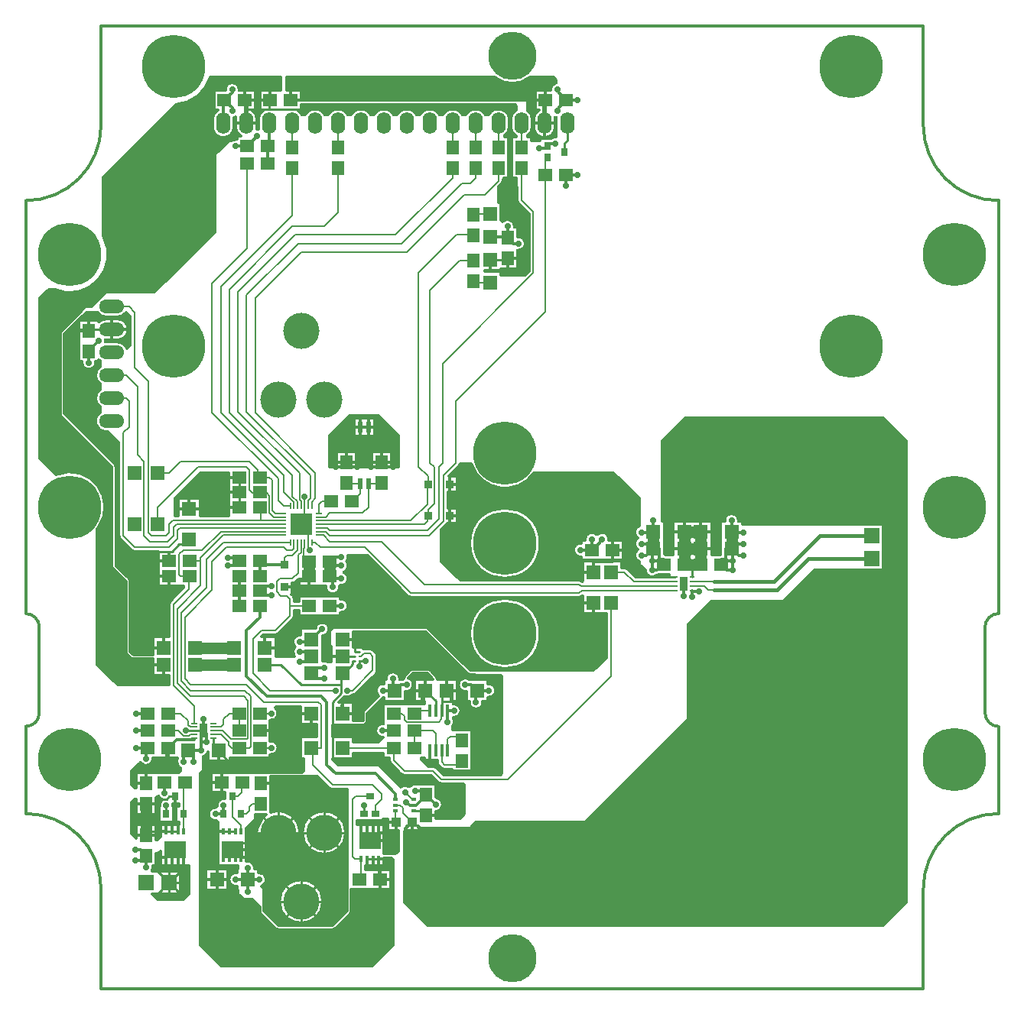
<source format=gbr>
G04 EasyPC Gerber Version 21.0.3 Build 4286 *
G04 #@! TF.Part,Single*
G04 #@! TF.FileFunction,Copper,L2,Bot *
G04 #@! TF.FilePolarity,Positive *
%FSLAX35Y35*%
%MOIN*%
G04 #@! TA.AperFunction,ComponentPad*
%ADD26O,0.06299X0.09449*%
G04 #@! TA.AperFunction,SMDPad*
%ADD86R,0.00787X0.03150*%
%ADD78R,0.01654X0.02756*%
%ADD79R,0.01654X0.03937*%
%ADD82R,0.01772X0.05709*%
%ADD88R,0.02362X0.04724*%
%ADD83R,0.03150X0.03543*%
%ADD90R,0.03543X0.03543*%
%ADD77R,0.03543X0.05906*%
%ADD92R,0.03543X0.06299*%
%ADD74R,0.05500X0.06000*%
G04 #@! TA.AperFunction,ComponentPad*
%ADD29R,0.06299X0.06299*%
%ADD28R,0.06300X0.06300*%
%ADD25R,0.06800X0.06800*%
G04 #@! TA.AperFunction,SMDPad*
%ADD87R,0.09252X0.09252*%
G04 #@! TD.AperFunction*
%ADD13C,0.00500*%
%ADD11C,0.00600*%
%ADD73C,0.00800*%
%ADD96C,0.00900*%
G04 #@! TA.AperFunction,SMDPad*
%ADD84C,0.00984*%
G04 #@! TD.AperFunction*
%ADD14C,0.01000*%
%ADD10C,0.01200*%
%ADD97C,0.01500*%
%ADD12C,0.02000*%
G04 #@! TA.AperFunction,ViaPad*
%ADD72C,0.02800*%
G04 #@! TD.AperFunction*
%ADD95C,0.05000*%
G04 #@! TA.AperFunction,ComponentPad*
%ADD24C,0.15748*%
G04 #@! TA.AperFunction,WasherPad*
%ADD23C,0.21000*%
%ADD22C,0.27600*%
G04 #@! TA.AperFunction,ComponentPad*
%ADD27O,0.11000X0.06000*%
G04 #@! TA.AperFunction,SMDPad*
%ADD85R,0.03150X0.00787*%
%ADD76R,0.02756X0.00906*%
%ADD91R,0.01969X0.01102*%
%ADD93R,0.02362X0.01575*%
%ADD81R,0.03543X0.03150*%
%ADD89R,0.03543X0.03543*%
%ADD94R,0.04291X0.03937*%
%ADD75R,0.06000X0.05500*%
%ADD80R,0.09331X0.07283*%
X0Y0D02*
D02*
D10*
X25950Y290198D02*
X23750D01*
X28100Y276198D02*
Y281198D01*
Y292598D02*
Y294796D01*
X32300Y285598D02*
X31900D01*
Y285398*
X27700Y281198*
X28100*
X38100Y288298D02*
Y286100D01*
Y293098D02*
Y295296D01*
X43000Y290698D02*
X45198D01*
X48350Y59098D02*
X51000D01*
X53100Y61198*
X48350Y63598D02*
X50700D01*
X53100Y61198*
X48600Y108198D02*
X53600D01*
X48600Y115651D02*
X53553D01*
X53600Y115698*
X48600Y123198D02*
X53600D01*
X50950Y70198D02*
X48750D01*
X50950Y83698D02*
X48750D01*
X50950Y92698D02*
X48750D01*
X53100Y56198D02*
Y61198D01*
Y72598D02*
Y74796D01*
Y81298D02*
Y79100D01*
Y95098D02*
Y97296D01*
Y103448D02*
Y107698D01*
X53600Y108198*
X55250Y70198D02*
X57450D01*
X55250Y83698D02*
X57450D01*
X58275Y144498D02*
X56076D01*
X58275Y151898D02*
X56076D01*
X58366Y87214D02*
X57450Y86298D01*
Y79100*
X48750*
Y85698*
X48100*
X46850Y84448*
Y70698*
X48750Y68798*
Y74796*
X57450*
Y68198*
X58100*
X59336Y69434*
Y74580*
X67281*
Y75891*
X66167*
Y82631*
X67340*
Y83765*
X64769*
G75*
G02X64833Y82631I-2909J-731*
G01*
X65033*
Y75891*
X58687*
Y82631*
X58887*
G75*
G02X58860Y83033I2973J403*
G01*
G75*
G02X60257Y85569I3000J0*
G01*
G75*
G02X58366Y87214I843J2879*
G01*
G36*
X57450Y86298*
Y79100*
X48750*
Y85698*
X48100*
X46850Y84448*
Y70698*
X48750Y68798*
Y74796*
X57450*
Y68198*
X58100*
X59336Y69434*
Y74580*
X67281*
Y75891*
X66167*
Y82631*
X67340*
Y83765*
X64769*
G75*
G02X64833Y82631I-2909J-731*
G01*
X65033*
Y75891*
X58687*
Y82631*
X58887*
G75*
G02X58860Y83033I2973J403*
G01*
G75*
G02X60257Y85569I3000J0*
G01*
G75*
G02X58366Y87214I843J2879*
G01*
G37*
X60625Y183198D02*
X58427D01*
X60625Y189698D02*
X58427D01*
X60825Y141948D02*
Y139749D01*
Y154448D02*
Y156647D01*
X61100Y88448D02*
Y93198D01*
X61535Y60383D02*
X59336D01*
X61535Y71604D02*
X59336D01*
X61761Y59015D02*
Y56816D01*
Y72381D02*
Y74580D01*
X62600Y106048D02*
Y103848D01*
X63025Y181048D02*
Y178848D01*
X64320Y59015D02*
Y56816D01*
Y72381D02*
Y74580D01*
X65600Y85963D02*
Y83765D01*
X66880Y59015D02*
Y56816D01*
Y72381D02*
Y74580D01*
X68100Y99237D02*
G75*
G02X66651Y103507I1150J2771D01*
G01*
Y103848*
X56073*
G75*
G02X50539Y101887I-2973J-400*
G01*
X46850Y98198*
Y91948*
X48100Y90698*
X48750*
Y97296*
X56502*
Y97548*
X67450*
X68100Y98198*
Y99237*
G36*
G75*
G02X66651Y103507I1150J2771*
G01*
Y103848*
X56073*
G75*
G02X50539Y101887I-2973J-400*
G01*
X46850Y98198*
Y91948*
X48100Y90698*
X48750*
Y97296*
X56502*
Y97548*
X67450*
X68100Y98198*
Y99237*
G37*
X69250Y102008D02*
Y105008D01*
X71400Y107158*
X69300Y212398D02*
X67100D01*
X69350Y178848D02*
X58427D01*
Y193798*
X48102*
G75*
G02X46757Y194355I-2J1900*
G01*
X41757Y199355*
G75*
G02X41200Y200698I1343J1344*
G01*
Y241348*
X36448Y246100*
X35600*
G75*
G02X33100Y254557J4598*
G01*
Y256839*
G75*
G02Y264557I2500J3859*
G01*
Y266839*
G75*
G02Y274557I2500J3859*
G01*
Y276839*
G75*
G02X32450Y277348I2500J3860*
G01*
Y276600*
X31073*
G75*
G02X31100Y276198I-2973J-403*
G01*
G75*
G02X25100I-3000*
G01*
G75*
G02X25127Y276600I3000J-1*
G01*
X23750*
Y294796*
X32450*
Y294048*
G75*
G02X35600Y295296I3150J-3350*
G01*
X40600*
G75*
G02Y286100J-4598*
G01*
X35600*
G75*
G02X35256Y286113I1J4600*
G01*
G75*
G02X35300Y285598I-2956J-515*
G01*
G75*
G02X35284Y285285I-3002J-2*
G01*
G75*
G02X35600Y285296I318J-4585*
G01*
X40600*
G75*
G02X44852Y282450I0J-4598*
G01*
X46200Y283798*
Y296348*
X44416Y298132*
G75*
G02X40600Y296100I-3816J2566*
G01*
X35600*
G75*
G02X31741Y298198J4598*
G01*
X26896*
X17400Y288702*
Y253944*
X39373Y231971*
G75*
G02X39900Y230698I-1273J-1273*
G01*
Y229279*
G75*
G02X40200Y228198I-1801J-1081*
G01*
Y187394*
X45623Y181971*
G75*
G02X46150Y180698I-1273J-1273*
G01*
Y150194*
X47596Y148748*
X56076*
Y156647*
X63075*
Y170748*
G75*
G02X63663Y172164I2000*
G01*
X64350Y172851*
Y173198*
X69350Y178198*
Y178848*
G36*
X58427*
Y193798*
X48102*
G75*
G02X46757Y194355I-2J1900*
G01*
X41757Y199355*
G75*
G02X41200Y200698I1343J1344*
G01*
Y241348*
X36448Y246100*
X35600*
G75*
G02X33100Y254557J4598*
G01*
Y256839*
G75*
G02Y264557I2500J3859*
G01*
Y266839*
G75*
G02Y274557I2500J3859*
G01*
Y276839*
G75*
G02X32450Y277348I2500J3860*
G01*
Y276600*
X31073*
G75*
G02X31100Y276198I-2973J-403*
G01*
G75*
G02X25100I-3000*
G01*
G75*
G02X25127Y276600I3000J-1*
G01*
X23750*
Y294796*
X32450*
Y294048*
G75*
G02X35600Y295296I3150J-3350*
G01*
X40600*
G75*
G02Y286100J-4598*
G01*
X35600*
G75*
G02X35256Y286113I1J4600*
G01*
G75*
G02X35300Y285598I-2956J-515*
G01*
G75*
G02X35284Y285285I-3002J-2*
G01*
G75*
G02X35600Y285296I318J-4585*
G01*
X40600*
G75*
G02X44852Y282450I0J-4598*
G01*
X46200Y283798*
Y296348*
X44416Y298132*
G75*
G02X40600Y296100I-3816J2566*
G01*
X35600*
G75*
G02X31741Y298198J4598*
G01*
X26896*
X17400Y288702*
Y253944*
X39373Y231971*
G75*
G02X39900Y230698I-1273J-1273*
G01*
Y229279*
G75*
G02X40200Y228198I-1801J-1081*
G01*
Y187394*
X45623Y181971*
G75*
G02X46150Y180698I-1273J-1273*
G01*
Y150194*
X47596Y148748*
X56076*
Y156647*
X63075*
Y170748*
G75*
G02X63663Y172164I2000*
G01*
X64350Y172851*
Y173198*
X69350Y178198*
Y178848*
G37*
X69439Y59015D02*
Y56816D01*
X71850D02*
X59336D01*
Y63138*
X58724Y62525*
G75*
G02X57450Y61998I-1273J1273*
G01*
Y56600*
X56073*
G75*
G02X56100Y56198I-2973J-403*
G01*
G75*
G02X55600Y54540I-3000*
G01*
Y54332*
X68100*
Y44332*
X55716*
X58100Y41948*
X69350*
X71850Y44448*
Y56816*
G36*
X59336*
Y63138*
X58724Y62525*
G75*
G02X57450Y61998I-1273J1273*
G01*
Y56600*
X56073*
G75*
G02X56100Y56198I-2973J-403*
G01*
G75*
G02X55600Y54540I-3000*
G01*
Y54332*
X68100*
Y44332*
X55716*
X58100Y41948*
X69350*
X71850Y44448*
Y56816*
G37*
Y214948D02*
Y217147D01*
X73550Y102008D02*
Y105008D01*
X71400Y107158*
X73966Y111748D02*
X66450D01*
X62700Y107998*
X74400Y212398D02*
X76600D01*
X77150Y107158D02*
Y110745D01*
Y107158D02*
X71400D01*
X77150Y110745D02*
Y114148D01*
X78100Y115098*
Y115698*
Y120651D02*
Y115698D01*
X79300Y110745D02*
X77150D01*
X79300D02*
Y114498D01*
X78100Y115698*
X81350Y50698D02*
X79151D01*
X83285Y79261D02*
X86860D01*
X83700Y93198D02*
X81502D01*
X83900Y48148D02*
Y45948D01*
Y53248D02*
Y55448D01*
X84800Y104608D02*
Y102407D01*
X86100Y91048D02*
Y88848D01*
Y95348D02*
Y97548D01*
X86450Y50698D02*
X88651D01*
X86535Y71604D02*
X84336D01*
X86670Y380698D02*
Y390198D01*
X87170Y390698*
X86860Y83033D02*
Y79261D01*
X88600Y187598D02*
X91400D01*
X93500Y189698*
X93600*
X88600Y191098D02*
X92200D01*
X93600Y189698*
X89002Y209448D02*
Y228198D01*
X76850*
X65600Y216948*
Y209448*
X67100*
Y217147*
X76600*
Y209448*
X89002*
G36*
Y228198*
X76850*
X65600Y216948*
Y209448*
X67100*
Y217147*
X76600*
Y209448*
X89002*
G37*
X90600Y385989D02*
Y387268D01*
X87170Y390698*
X90600Y395407D02*
Y394128D01*
X87170Y390698*
X91200Y213198D02*
X89002D01*
X91200Y219698D02*
X89002D01*
X91200Y226198D02*
X89002D01*
X92150Y50698D02*
X97300D01*
X92170Y370698D02*
X97170D01*
X93600Y176698D02*
Y170198D01*
Y183198D02*
Y176698D01*
X94120Y380698D02*
X91919D01*
X94665Y60383D02*
X96864D01*
X94665Y63631D02*
X96864D01*
X96170Y392848D02*
Y395048D01*
X97300Y45548D02*
Y50698D01*
Y55848D02*
Y50698D01*
X98570Y390698D02*
X100769D01*
X99220Y380698D02*
X101419D01*
X101250Y375198D02*
Y374778D01*
X97170Y370698*
X102450Y50698D02*
X97300D01*
X102600Y170198D02*
Y165198D01*
X96850Y159448*
Y139448*
X105600Y130698*
X129250*
X131750Y128198*
Y100798*
X135600Y96948*
X152913*
X161663Y88198*
Y85757*
X102600Y176698D02*
Y175098D01*
X103100Y174598*
X107600*
X102600Y189698D02*
Y183198D01*
X104770Y390698D02*
X102569D01*
X104800Y154448D02*
Y156647D01*
X105000Y115698D02*
X107198D01*
X105250Y92698D02*
X107450D01*
X106170Y363198D02*
Y370698D01*
X106670Y380698D02*
Y371198D01*
X106170Y370698*
X107170Y392848D02*
Y395048D01*
X107350Y151898D02*
X109549D01*
X107600Y178698D02*
X104100D01*
X102600Y177198*
Y176698*
X111850Y395048D02*
Y400698D01*
X81023*
G75*
G02X66176Y388774I-16053J4783*
G01*
X34350Y356948*
Y331544*
G75*
G02X12735Y308198I-14656J-8109*
G01*
X10600*
X6850Y304448*
Y234448*
X13852Y227446*
G75*
G02X31850Y203743I5843J-14248*
G01*
Y144448*
X40600Y135698*
X63075*
Y139749*
X56076*
Y146948*
X46850*
X44350Y149448*
Y180698*
X38100Y186948*
Y230698*
X15600Y253198*
Y289448*
X26850Y300698*
X29350*
X31577Y302925*
G75*
G02X33373Y304721I4023J-2226*
G01*
X35600Y306948*
X56850*
X83100Y333198*
Y366948*
X89350Y373198*
X90512*
G75*
G02X92569Y373672I1659J-2500*
G01*
Y375048*
X94228*
G75*
G02X91919Y379123I2441J4075*
G01*
Y382273*
G75*
G02X92045Y383360I4750J0*
G01*
G75*
G02X91349Y383084I-1445J2628*
G01*
G75*
G02X91419Y382273I-4680J-811*
G01*
Y379123*
G75*
G02X81919I-4750*
G01*
Y382273*
G75*
G02X84228Y386348I4750*
G01*
X82569*
Y395048*
X87622*
G75*
G02X87600Y395407I2979J360*
G01*
G75*
G02X93600I3000*
G01*
G75*
G02X93578Y395048I-3000J1*
G01*
X100769*
Y386348*
X99110*
G75*
G02X101419Y382273I-2441J-4075*
G01*
Y379123*
G75*
G02X101328Y378197I-4751J1*
G01*
G75*
G02X102031Y378094I-77J-2999*
G01*
G75*
G02X101919Y379123I4637J1028*
G01*
Y382273*
G75*
G02X104228Y386348I4750*
G01*
X102569*
Y395048*
X111850*
G36*
Y400698*
X81023*
G75*
G02X66176Y388774I-16053J4783*
G01*
X34350Y356948*
Y331544*
G75*
G02X12735Y308198I-14656J-8109*
G01*
X10600*
X6850Y304448*
Y234448*
X13852Y227446*
G75*
G02X31850Y203743I5843J-14248*
G01*
Y144448*
X40600Y135698*
X63075*
Y139749*
X56076*
Y146948*
X46850*
X44350Y149448*
Y180698*
X38100Y186948*
Y230698*
X15600Y253198*
Y289448*
X26850Y300698*
X29350*
X31577Y302925*
G75*
G02X33373Y304721I4023J-2226*
G01*
X35600Y306948*
X56850*
X83100Y333198*
Y366948*
X89350Y373198*
X90512*
G75*
G02X92569Y373672I1659J-2500*
G01*
Y375048*
X94228*
G75*
G02X91919Y379123I2441J4075*
G01*
Y382273*
G75*
G02X92045Y383360I4750J0*
G01*
G75*
G02X91349Y383084I-1445J2628*
G01*
G75*
G02X91419Y382273I-4680J-811*
G01*
Y379123*
G75*
G02X81919I-4750*
G01*
Y382273*
G75*
G02X84228Y386348I4750*
G01*
X82569*
Y395048*
X87622*
G75*
G02X87600Y395407I2979J360*
G01*
G75*
G02X93600I3000*
G01*
G75*
G02X93578Y395048I-3000J1*
G01*
X100769*
Y386348*
X99110*
G75*
G02X101419Y382273I-2441J-4075*
G01*
Y379123*
G75*
G02X101328Y378197I-4751J1*
G01*
G75*
G02X102031Y378094I-77J-2999*
G01*
G75*
G02X101919Y379123I4637J1028*
G01*
Y382273*
G75*
G02X104228Y386348I4750*
G01*
X102569*
Y395048*
X111850*
G37*
X113387Y187922D02*
X104376D01*
X102600Y189698*
X114559Y178474D02*
X116757D01*
X116170Y392848D02*
Y395048D01*
X118570Y390698D02*
X120769D01*
X120000Y145698D02*
X122650D01*
X125150Y148198*
X120000Y150073D02*
X123275D01*
X125150Y148198*
X120000Y154448D02*
X124100D01*
X125150Y155498*
X121850Y103448D02*
X120399D01*
Y112948*
X127300*
Y118448*
X120399*
Y126198*
X109850*
X109313Y125661*
G75*
G02X107198Y120225I-1713J-2463*
G01*
Y111171*
G75*
G02X110600Y108198I402J-2973*
G01*
G75*
G02X107198Y105225I-3000*
G01*
Y103848*
X89549*
Y102407*
X80049*
Y106385*
G75*
G02X78100Y104312I-2899J772*
G01*
Y98198*
X76850Y96948*
Y21948*
X85600Y13198*
X151850*
X160600Y21948*
Y59448*
X159900Y60148*
X156864*
Y56816*
X148761*
Y55048*
X159698*
Y46348*
X142400*
Y36948*
G75*
G02X141871Y35674I-1800*
G01*
X135624Y29427*
G75*
G02X134350Y28898I-1274J1272*
G01*
X110600*
G75*
G02X109326Y29427J1800*
G01*
X103079Y35674*
G75*
G02X102550Y36948I1272J1274*
G01*
Y38748*
X99350Y41948*
X95600*
X93100Y44448*
Y45948*
X92549*
Y47725*
G75*
G02X89150Y50698I-399J2973*
G01*
G75*
G02X92549Y53671I3000*
G01*
Y55448*
X93100*
Y56816*
X84336*
Y74580*
X84350*
Y75891*
X83687*
Y76288*
G75*
G02X80285Y79261I-402J2973*
G01*
G75*
G02X83687Y82234I3000*
G01*
Y82631*
X83887*
G75*
G02X87427Y85979I2973J402*
G01*
Y88848*
X81502*
Y97548*
X99698*
Y97296*
X106623*
G75*
G02X107450Y97498I828J-1598*
G01*
X121150*
X121850Y98198*
Y103448*
X79151Y55448D02*
X88651D01*
Y45948*
X79151*
Y55448*
X160000Y21348D02*
G36*
Y50698D01*
X159698*
Y46348*
X142400*
Y36948*
G75*
G02X141871Y35674I-1800*
G01*
X135624Y29427*
G75*
G02X134350Y28898I-1274J1272*
G01*
X110600*
G75*
G02X109326Y29427J1800*
G01*
X103079Y35674*
G75*
G02X102550Y36948I1272J1274*
G01*
Y38748*
X99350Y41948*
X95600*
X93100Y44448*
Y45948*
X92549*
Y47725*
G75*
G02X89150Y50698I-399J2973*
G01*
X88651*
Y45948*
X79151*
Y50698*
X77450*
Y21348*
X85000Y13798*
X152450*
X160000Y21348*
G37*
X120399Y125598D02*
G36*
X109400D01*
G75*
G02X110600Y123198I-1800J-2400*
G01*
G75*
G02X107198Y120225I-3000*
G01*
Y111171*
G75*
G02X110600Y108198I401J-2973*
G01*
G75*
G02X107198Y105225I-3000J0*
G01*
Y103848*
X89549*
Y102407*
X80049*
Y106385*
G75*
G02X78100Y104312I-2899J773*
G01*
Y98198*
X77450Y97548*
Y50698*
X79151*
Y55448*
X88651*
Y50698*
X89150*
G75*
G02X92549Y53671I3000*
G01*
Y55448*
X93100*
Y56816*
X84336*
Y74580*
X84350*
Y75891*
X83687*
Y76288*
G75*
G02X80285Y79261I-401J2973*
G01*
G75*
G02X83687Y82234I3000J0*
G01*
Y82631*
X83887*
G75*
G02X83860Y83033I2973J403*
G01*
G75*
G02X87427Y85979I3000*
G01*
Y88848*
X81502*
Y97548*
X99698*
Y97296*
X106623*
G75*
G02X107450Y97498I828J-1599*
G01*
X121150*
X121850Y98198*
Y103448*
X120399*
Y112948*
X127300*
Y118448*
X120399*
Y125598*
G37*
X160000Y60048D02*
G36*
X159900Y60148D01*
X156864*
Y56816*
X148761*
Y55048*
X159698*
Y50698*
X160000*
Y60048*
G37*
X122600Y123198D02*
X120399D01*
X124175Y180849D02*
Y178651D01*
X125150Y120648D02*
Y118448D01*
X129850Y159948D02*
X129600D01*
X125150Y155498*
X130600Y138498D02*
X127850D01*
X125450Y140898*
X125150*
X130600Y143198D02*
X127450D01*
X125150Y140898*
X133100Y244448D02*
Y230698D01*
X136065*
Y237296*
X144761*
Y230698*
X151439*
Y237296*
X160135*
Y230698*
X163100*
Y244448*
X154350Y253198*
X141850*
X133100Y244448*
X143549Y252060D02*
X152651D01*
Y244139*
X143549*
Y252060*
X152651Y248100D02*
G36*
Y244139D01*
X143549*
Y248100*
X136752*
X133700Y245048*
Y231298*
X136065*
Y237296*
X144761*
Y231298*
X151439*
Y237296*
X160135*
Y231298*
X162500*
Y245048*
X159448Y248100*
X152651*
G37*
X159448D02*
G36*
X154950Y252598D01*
X141250*
X136752Y248100*
X143549*
Y252060*
X152651*
Y248100*
X159448*
G37*
X134350Y178249D02*
Y181824D01*
X133175Y182999*
X135663Y230698D02*
X138413D01*
X140413Y232698*
X136000Y148198D02*
X133801D01*
X138100Y170198D02*
X133175D01*
X138175Y181948D02*
X134226D01*
X133175Y182999*
X138175Y187598D02*
X135076D01*
X133175Y189499*
X138175Y191548D02*
X135624D01*
X133575Y189499*
X133175*
X138263Y232698D02*
X136065D01*
X138550Y125748D02*
Y127948D01*
X140413Y235098D02*
Y237296D01*
Y237698D02*
Y232698D01*
X140600Y89948D02*
X134350D01*
G75*
G02X132934Y90535J2000*
G01*
X127772Y95698*
X121188*
G75*
G02X121149Y95698I-38J1807*
G01*
X107451*
X107450*
Y80145*
G75*
G02X120074Y71210I3150J-8935*
G01*
G75*
G02X101126I-9474*
G01*
G75*
G02X105355Y79100I9474*
G01*
X100600*
Y76948*
X96864Y73212*
Y58816*
G75*
G02X100273Y55448I436J-2968*
G01*
X102049*
Y53671*
G75*
G02X103434Y47864I401J-2973*
G01*
X104350Y46948*
Y36948*
X110600Y30698*
X134350*
X140600Y36948*
Y89948*
X121126Y71210D02*
G75*
G02X140074I9474D01*
G01*
G75*
G02X121126I-9474*
G01*
X111126Y41210D02*
G75*
G02X130074I9474D01*
G01*
G75*
G02X111126I-9474*
G01*
X140000Y36348D02*
G36*
Y41210D01*
X130074*
G75*
G02X111126I-9474*
G01*
X104350*
Y36948*
X110000Y31298*
X134950*
X140000Y36348*
G37*
X120074Y71210D02*
G36*
G75*
G02X101126I-9474D01*
G01*
X97464*
Y58844*
G75*
G02X100300Y55848I-164J-2996*
G01*
G75*
G02X100273Y55448I-3001*
G01*
X102049*
Y53671*
G75*
G02X105450Y50698I401J-2973*
G01*
G75*
G02X103434Y47864I-3000*
G01*
X104350Y46948*
Y41210*
X111126*
G75*
G02X130074I9474*
G01*
X140000*
Y70028*
G75*
G02X121126Y71210I-9400J1182*
G01*
X120074*
G37*
X101126D02*
G36*
G75*
G02X105355Y79100I9474D01*
G01*
X100600*
Y76948*
X97464Y73812*
Y71210*
X101126*
G37*
X120074D02*
G36*
X121126D01*
G75*
G02X140000Y72392I9474*
G01*
Y89948*
X134350*
G75*
G02X132934Y90535J2000*
G01*
X128372Y95098*
X107450*
Y80145*
G75*
G02X120074Y71210I3150J-8935*
G01*
G37*
X141100Y123198D02*
X143301D01*
X141100Y155498D02*
X143301D01*
X142563Y232698D02*
X144761D01*
X143147Y248198D02*
X146230D01*
X146328Y248100*
X145163Y230698D02*
X142413D01*
X140413Y232698*
X145747Y248100D02*
X143549D01*
X146328Y243737D02*
Y248099D01*
X146328Y248100*
Y246337D02*
Y244139D01*
Y248100D02*
X149872D01*
X146328Y249862D02*
Y252060D01*
X146761Y72381D02*
Y74580D01*
X149320Y59015D02*
Y56816D01*
Y72381D02*
Y74580D01*
X149872Y246337D02*
Y244139D01*
Y249862D02*
Y252060D01*
X149872Y243737D02*
Y248099D01*
X149872Y248100*
X150453D02*
X152651D01*
X151037Y230698D02*
X153787D01*
X155787Y232698*
X151880Y59015D02*
Y56816D01*
Y72381D02*
Y74580D01*
X153053Y248198D02*
X149970D01*
X149872Y248100*
X153637Y232698D02*
X151439D01*
X154439Y59015D02*
Y56816D01*
Y72381D02*
Y74580D01*
X154665Y59793D02*
X156864D01*
X154665Y67765D02*
X156864D01*
X154665Y71013D02*
X156864D01*
X155100Y48548D02*
Y46348D01*
Y52848D02*
Y55048D01*
X155787Y235098D02*
Y237296D01*
Y237698D02*
Y232698D01*
X156100Y115698D02*
X161100D01*
X156250Y133198D02*
X161400D01*
X157500Y50698D02*
X159698D01*
X157937Y232698D02*
X160135D01*
X158356Y76948D02*
X156529D01*
Y76285*
X145100*
Y74580*
X156864*
Y61948*
X161850*
X163100Y63198*
Y72131*
X158356*
Y76948*
G36*
X156529*
Y76285*
X145100*
Y74580*
X156864*
Y61948*
X161850*
X163100Y63198*
Y72131*
X158356*
Y76948*
G37*
X160537Y230698D02*
X157787D01*
X155787Y232698*
X160554Y75698D02*
X158356D01*
X160600Y138348D02*
Y133998D01*
X161400Y133198*
X162100Y74330D02*
Y72131D01*
X166350Y84448D02*
X166850D01*
X168100Y83198*
X169537*
X166550Y135698D02*
X163900D01*
X161400Y133198*
X169100Y74330D02*
Y72131D01*
X169537Y83198D02*
X170796D01*
X175296Y87698*
X174996*
X170246Y89448D02*
X173246D01*
X174996Y87698*
X172250Y133198D02*
X170049D01*
X173100Y103848D02*
Y103198D01*
X176100Y100198*
X178100*
G75*
G02X179516Y99611J-2000*
G01*
X182678Y96448*
X207600*
X208100Y96948*
Y139448*
X207700Y139848*
X196852*
G75*
G02X195769Y140148I-2J2100*
G01*
X194351*
G75*
G02X193077Y140675I-2J1800*
G01*
X176945Y156807*
X175154Y158598*
X143301*
Y152062*
G75*
G02X145170Y152013I885J-1896*
G01*
G75*
G02X147823Y151429I984J-1846*
G01*
G75*
G02X148100Y151448I277J-1981*
G01*
X150600*
G75*
G02X152016Y150861J-2000*
G01*
X153263Y149614*
G75*
G02X153850Y148198I-1413J-1416*
G01*
Y141948*
G75*
G02X153263Y140532I-2000*
G01*
X144516Y131785*
G75*
G02X143100Y131198I-1416J1413*
G01*
X142836*
G75*
G02X139521Y130399I-2236J2000*
G01*
X137070Y127948*
X143301*
Y119998*
X147354*
X147550Y120194*
Y123198*
G75*
G02X148077Y124471I1800J0*
G01*
X154424Y130818*
G75*
G02X156651Y136171I1826J2380*
G01*
Y137948*
X157627*
G75*
G02X157600Y138348I2973J400*
G01*
G75*
G02X163600I3000*
G01*
G75*
G02X163573Y137948I-3000*
G01*
X164566*
G75*
G02X165467Y138496I1984J-2250*
G01*
G75*
G02X165463Y138612I1798J119*
G01*
G75*
G02X165991Y139885I1800J0*
G01*
X168077Y141971*
G75*
G02X169351Y142498I1273J-1273*
G01*
X175599*
G75*
G02X176873Y141971I2J-1800*
G01*
X179373Y139471*
G75*
G02X179900Y138198I-1273J-1273*
G01*
Y137948*
X188651*
Y128448*
X186923*
Y127332*
G75*
G02X187324Y127359I400J-2973*
G01*
G75*
G02X190324Y124359J-3000*
G01*
G75*
G02X187324Y121359I-3000*
G01*
G75*
G02X186923Y121386I-1J3000*
G01*
Y121187*
G75*
G02X186850Y117720I-2483J-1682*
G01*
Y116137*
X195053*
Y97938*
X186352*
Y98698*
X183100*
G75*
G02X181684Y99285J2000*
G01*
X180467Y100503*
G75*
G02X179880Y101919I1413J1416*
G01*
Y102584*
X174277*
Y103848*
X173100*
X202049Y136171D02*
G75*
G02X205450Y133198I401J-2973D01*
G01*
G75*
G02X202049Y130225I-3000*
G01*
Y128448*
X199823*
G75*
G02X199850Y128048I-2973J-400*
G01*
G75*
G02X193850I-3000*
G01*
G75*
G02X193877Y128448I3000*
G01*
X192549*
Y132725*
G75*
G02X189150Y135698I-399J2973*
G01*
G75*
G02X194134Y137948I3000*
G01*
X202049*
Y136171*
X153559Y131873D02*
G36*
X144603D01*
X144516Y131785*
G75*
G02X143100Y131198I-1416J1413*
G01*
X142836*
G75*
G02X139521Y130399I-2236J2000*
G01*
X137670Y128548*
Y127948*
X143301*
Y119998*
X147354*
X147550Y120194*
Y123198*
G75*
G02X148077Y124471I1802*
G01*
X154424Y130818*
G75*
G02X153559Y131873I1827J2380*
G01*
G37*
X205141D02*
G36*
G75*
G02X202049Y130225I-2692J1325D01*
G01*
Y128448*
X199823*
G75*
G02X199850Y128048I-2974J-400*
G01*
G75*
G02X193850I-3000*
G01*
G75*
G02X193877Y128448I3001*
G01*
X192549*
Y131873*
X188651*
Y128448*
X186923*
Y127332*
G75*
G02X187324Y127359I401J-2985*
G01*
G75*
G02X190324Y124359J-3000*
G01*
G75*
G02X187324Y121359I-3000*
G01*
G75*
G02X186923Y121386I0J3012*
G01*
Y121187*
G75*
G02X187439Y119505I-2484J-1682*
G01*
G75*
G02X186850Y117720I-3000J0*
G01*
Y116137*
X195053*
Y97938*
X186352*
Y98698*
X183100*
G75*
G02X181684Y99285J2000*
G01*
X180467Y100503*
G75*
G02X179880Y101919I1413J1416*
G01*
Y102584*
X174277*
Y103848*
X173100*
Y103198*
X176100Y100198*
X178100*
G75*
G02X179516Y99611J-2000*
G01*
X182078Y97048*
X207500*
Y131873*
X205141*
G37*
X207500Y139848D02*
G36*
X196852D01*
G75*
G02X195769Y140148I-2J2100*
G01*
X194351*
G75*
G02X193077Y140675I-2J1799*
G01*
X176945Y156807*
X175754Y157998*
X143301*
Y152062*
G75*
G02X145170Y152013I885J-1896*
G01*
G75*
G02X147823Y151429I984J-1846*
G01*
G75*
G02X148100Y151448I274J-1938*
G01*
X150600*
G75*
G02X152016Y150861J-2000*
G01*
X153263Y149614*
G75*
G02X153850Y148198I-1413J-1416*
G01*
Y141948*
G75*
G02X153263Y140532I-2000*
G01*
X144603Y131873*
X153559*
G75*
G02X153250Y133198I2691J1326*
G01*
G75*
G02X156651Y136171I3000*
G01*
Y137948*
X157627*
G75*
G02X157600Y138348I2974J400*
G01*
G75*
G02X163600I3000*
G01*
G75*
G02X163573Y137948I-3001*
G01*
X164566*
G75*
G02X165467Y138496I1981J-2245*
G01*
G75*
G02X165463Y138612I2124J130*
G01*
G75*
G02X165991Y139885I1802*
G01*
X168077Y141971*
G75*
G02X169351Y142498I1272J-1272*
G01*
X175599*
G75*
G02X176873Y141971I2J-1799*
G01*
X179373Y139471*
G75*
G02X179900Y138198I-1274J-1273*
G01*
Y137948*
X188651*
Y131873*
X192549*
Y132725*
G75*
G02X189150Y135698I-399J2973*
G01*
G75*
G02X194134Y137948I3000*
G01*
X202049*
Y136171*
G75*
G02X205450Y133198I401J-2973*
G01*
G75*
G02X205141Y131873I-3000J0*
G01*
X207500*
Y139848*
G37*
X174800Y135748D02*
Y137948D01*
X176761Y104782D02*
Y102584D01*
X177146Y78698D02*
X179346D01*
X178100Y137948D02*
Y138198D01*
X175600Y140698*
X169350*
X167264Y138612*
G75*
G02X166151Y132725I-714J-2914*
G01*
Y128448*
X156651*
Y130225*
G75*
G02X156352Y130200I-401J2975*
G01*
X149350Y123198*
Y119448*
X148100Y118198*
X134350*
Y112948*
X143301*
Y110698*
X154350*
X156361Y112709*
G75*
G02X153100Y115698I-261J2989*
G01*
G75*
G02X156502Y118671I3000*
G01*
Y127548*
X174277*
Y128448*
X170049*
Y137948*
X178100*
G36*
Y138198*
X175600Y140698*
X169350*
X167264Y138612*
G75*
G02X166151Y132725I-714J-2914*
G01*
Y128448*
X156651*
Y130225*
G75*
G02X156352Y130200I-401J2975*
G01*
X149350Y123198*
Y119448*
X148100Y118198*
X134350*
Y112948*
X143301*
Y110698*
X154350*
X156361Y112709*
G75*
G02X153100Y115698I-261J2989*
G01*
G75*
G02X156502Y118671I3000*
G01*
Y127548*
X174277*
Y128448*
X170049*
Y137948*
X178100*
G37*
X179300Y83398D02*
X179296D01*
X174996Y87698*
X183900Y135748D02*
Y137948D01*
X184439Y119505D02*
Y124359D01*
X184439Y124359*
X185324Y208276D02*
Y206076D01*
Y210620D02*
Y212820D01*
Y222026D02*
Y219828D01*
Y224370D02*
Y226568D01*
X186450Y133198D02*
X188651D01*
X186496Y209448D02*
X188694D01*
X186496Y223198D02*
X188694D01*
X187324Y124359D02*
X184439D01*
X184439Y124359*
X191350Y92448D02*
X181850D01*
G75*
G02X180434Y93035J2000*
G01*
X177272Y96198*
X165600*
G75*
G02X164184Y96785J2000*
G01*
X159687Y101282*
G75*
G02X159100Y102698I1413J1416*
G01*
Y103848*
X156502*
Y105698*
X143301*
Y103448*
X134350*
Y103198*
X136850Y100698*
X154350*
X163957Y91091*
G75*
G02X167811Y91201I1993J-2243*
G01*
G75*
G02X171187Y92296I2435J-1753*
G01*
X179346*
Y86685*
X179654Y86377*
G75*
G02X179346Y80398I-354J-2979*
G01*
Y77498*
X189900*
X191850Y79448*
Y91948*
X191350Y92448*
G36*
X181850*
G75*
G02X180434Y93035J2000*
G01*
X177272Y96198*
X165600*
G75*
G02X164184Y96785J2000*
G01*
X159687Y101282*
G75*
G02X159100Y102698I1413J1416*
G01*
Y103848*
X156502*
Y105698*
X143301*
Y103448*
X134350*
Y103198*
X136850Y100698*
X154350*
X163957Y91091*
G75*
G02X167811Y91201I1993J-2243*
G01*
G75*
G02X171187Y92296I2435J-1753*
G01*
X179346*
Y86685*
X179654Y86377*
G75*
G02X179346Y80398I-354J-2979*
G01*
Y77498*
X189900*
X191850Y79448*
Y91948*
X191350Y92448*
G37*
X192150Y135698D02*
X194800D01*
X197300Y133198*
X196850Y128048D02*
Y132748D01*
X197300Y133198*
X202450D02*
X197300D01*
X203100Y318648D02*
Y316450D01*
Y331198D02*
X210100D01*
X210600Y330698*
Y319298D02*
Y317100D01*
Y335698D02*
Y330698D01*
X212750Y321698D02*
X214950D01*
X215350Y328198D02*
X213100D01*
X210600Y330698*
X218360Y314448D02*
X219950Y316038D01*
Y341161*
X215327Y345785*
G75*
G02X214770Y347128I1343J1344*
G01*
Y352778*
X214350Y353198*
Y356600*
X212320*
Y374796*
X214350*
Y374978*
G75*
G02X211919Y379123I2319J4146*
G01*
Y382273*
G75*
G02X214350Y386419I4750*
G01*
Y388198*
X213950Y388598*
X120769*
Y386348*
X119110*
G75*
G02X120892Y384448I-2441J-4075*
G01*
X122446*
G75*
G02X130892I4223J-2175*
G01*
X132446*
G75*
G02X140892I4223J-2175*
G01*
X142446*
G75*
G02X150892I4223J-2175*
G01*
X152446*
G75*
G02X160892I4223J-2175*
G01*
X162446*
G75*
G02X170892I4223J-2175*
G01*
X172446*
G75*
G02X180892I4223J-2175*
G01*
X182446*
G75*
G02X190892I4223J-2175*
G01*
X192446*
G75*
G02X200892I4223J-2175*
G01*
X202446*
G75*
G02X211419Y382273I4223J-2175*
G01*
Y379123*
G75*
G02X209350Y375202I-4750*
G01*
Y374796*
X211021*
Y356600*
X209002*
X208570Y356168*
Y355518*
G75*
G02X208014Y354175I-1900*
G01*
X206850Y353011*
Y345946*
X207848*
Y338450*
X208479Y337819*
G75*
G02X213600Y335698I2121J-2121*
G01*
G75*
G02X213573Y335296I-3000J1*
G01*
X214950*
Y331171*
G75*
G02X218350Y328198I400J-2973*
G01*
G75*
G02X214950Y325225I-3000*
G01*
Y317100*
X207848*
Y316450*
X200600*
Y315946*
X207848*
Y314448*
X218360*
G36*
X219950Y316038*
Y341161*
X215327Y345785*
G75*
G02X214770Y347128I1343J1344*
G01*
Y352778*
X214350Y353198*
Y356600*
X212320*
Y374796*
X214350*
Y374978*
G75*
G02X211919Y379123I2319J4146*
G01*
Y382273*
G75*
G02X214350Y386419I4750*
G01*
Y388198*
X213950Y388598*
X120769*
Y386348*
X119110*
G75*
G02X120892Y384448I-2441J-4075*
G01*
X122446*
G75*
G02X130892I4223J-2175*
G01*
X132446*
G75*
G02X140892I4223J-2175*
G01*
X142446*
G75*
G02X150892I4223J-2175*
G01*
X152446*
G75*
G02X160892I4223J-2175*
G01*
X162446*
G75*
G02X170892I4223J-2175*
G01*
X172446*
G75*
G02X180892I4223J-2175*
G01*
X182446*
G75*
G02X190892I4223J-2175*
G01*
X192446*
G75*
G02X200892I4223J-2175*
G01*
X202446*
G75*
G02X211419Y382273I4223J-2175*
G01*
Y379123*
G75*
G02X209350Y375202I-4750*
G01*
Y374796*
X211021*
Y356600*
X209002*
X208570Y356168*
Y355518*
G75*
G02X208014Y354175I-1900*
G01*
X206850Y353011*
Y345946*
X207848*
Y338450*
X208479Y337819*
G75*
G02X213600Y335698I2121J-2121*
G01*
G75*
G02X213573Y335296I-3000J1*
G01*
X214950*
Y331171*
G75*
G02X218350Y328198I400J-2973*
G01*
G75*
G02X214950Y325225I-3000*
G01*
Y317100*
X207848*
Y316450*
X200600*
Y315946*
X207848*
Y314448*
X218360*
G37*
X221021Y373198D02*
X224754D01*
Y374127*
X228518*
G75*
G02X229121Y374206I603J-2280*
G01*
X229650*
G75*
G02X231850Y374828I1855J-2358*
G01*
Y383125*
G75*
G02X231318Y383246I400J2973*
G01*
G75*
G02X231419Y382273I-4650J-973*
G01*
Y379123*
G75*
G02X221919I-4750*
G01*
Y382273*
G75*
G02X224228Y386348I4750*
G01*
X222569*
Y395048*
X229260*
G75*
G02X229250Y395298I2990J248*
G01*
G75*
G02X231850Y398271I3000*
G01*
Y399448*
X230600Y400698*
X220288*
G75*
G02X204928I-7680J9350*
G01*
X114350*
Y395048*
X120769*
Y390698*
X219350*
Y386194*
G75*
G02X221419Y382273I-2681J-3921*
G01*
Y379123*
G75*
G02X219350Y375202I-4750*
G01*
Y374796*
X221021*
Y373198*
G36*
X224754*
Y374127*
X228518*
G75*
G02X229121Y374206I603J-2280*
G01*
X229650*
G75*
G02X231850Y374828I1855J-2358*
G01*
Y383125*
G75*
G02X231318Y383246I400J2973*
G01*
G75*
G02X231419Y382273I-4650J-973*
G01*
Y379123*
G75*
G02X221919I-4750*
G01*
Y382273*
G75*
G02X224228Y386348I4750*
G01*
X222569*
Y395048*
X229260*
G75*
G02X229250Y395298I2990J248*
G01*
G75*
G02X231850Y398271I3000*
G01*
Y399448*
X230600Y400698*
X220288*
G75*
G02X204928I-7680J9350*
G01*
X114350*
Y395048*
X120769*
Y390698*
X219350*
Y386194*
G75*
G02X221419Y382273I-2681J-3921*
G01*
Y379123*
G75*
G02X219350Y375202I-4750*
G01*
Y374796*
X221021*
Y373198*
G37*
X224120Y380698D02*
X221919D01*
X224355Y369648D02*
X226621D01*
X227730Y370757*
X227930*
X224770Y390698D02*
X222569D01*
X226670Y376574D02*
Y374373D01*
X227170Y392848D02*
Y395048D01*
X229220Y380698D02*
X231419D01*
X231505Y371848D02*
X229121D01*
X228030Y370757*
X227930*
X232250Y386098D02*
Y386778D01*
X236170Y390698*
X232250Y395298D02*
Y394618D01*
X236170Y390698*
Y353448D02*
Y358198D01*
X241170D02*
X236170D01*
X241170Y390698D02*
X236170D01*
X242350Y194448D02*
X247350D01*
X245550Y171498D02*
X243350D01*
X245550Y184898D02*
X243350D01*
X247350Y199198D02*
Y194448D01*
X248100Y168948D02*
Y166749D01*
Y187448D02*
Y189647D01*
X251850Y199198D02*
Y198648D01*
X247350Y194148*
Y194448*
X253600Y147448D02*
Y166749D01*
X243350*
Y174448*
X243287*
X243196Y174357*
G75*
G02X241850Y173798I-1346J1341*
G01*
X168486*
G75*
G02X167141Y174355I-2J1900*
G01*
X149547Y191948*
X141148*
G75*
G02X140433Y189573I-2973J-400*
G01*
G75*
G02X139185Y184773I-2258J-1975*
G01*
G75*
G02X137775Y178975I-1009J-2825*
G01*
Y178651*
X137323*
G75*
G02X137350Y178249I-2973J-403*
G01*
G75*
G02X131350I-3000*
G01*
G75*
G02X131377Y178651I3000J-1*
G01*
X119576*
Y180448*
X119350*
G75*
G02X119100Y180698J250*
G01*
Y181370*
X118266Y180535*
G75*
G02X116850Y179948I-1416J1413*
G01*
X116757*
Y175104*
X116523*
X117013Y174614*
G75*
G02X117600Y173198I-1413J-1416*
G01*
Y172198*
X119576*
Y174548*
X137775*
Y173180*
G75*
G02X141100Y170198I325J-2982*
G01*
G75*
G02X137775Y167216I-3000*
G01*
Y165848*
X119576*
Y168198*
X117600*
Y165698*
G75*
G02X117013Y164282I-2000*
G01*
X110766Y158035*
G75*
G02X109350Y157448I-1416J1413*
G01*
X104128*
X103327Y156647*
X109549*
Y148198*
X117658*
G75*
G02X117947Y152261I2342J1875*
G01*
G75*
G02X120399Y157421I2053J2187*
G01*
Y160249*
X126790*
X126874Y160334*
G75*
G02X132850Y159948I2975J-386*
G01*
G75*
G02X129899Y156948I-3000*
G01*
Y146115*
G75*
G02X132258Y145698I701J-2917*
G01*
X133801*
Y152497*
X133100Y153198*
Y159448*
X133801Y160149*
Y160249*
X133901*
X134350Y160698*
X175600*
X176417Y159881*
G75*
G02X176427Y159871I-1299J-1309*
G01*
X194350Y141948*
X248100*
X253600Y147448*
X194045Y158080D02*
G75*
G02X224845I15400D01*
G01*
G75*
G02X194045I-15400*
G01*
X253000Y146848D02*
G36*
Y158080D01*
X224845*
G75*
G02X194045I-15400*
G01*
X178218*
X193750Y142548*
X248700*
X253000Y146848*
G37*
X120399Y158080D02*
G36*
X110810D01*
X110766Y158035*
G75*
G02X109350Y157448I-1416J1413*
G01*
X104128*
X103927Y157247*
Y156647*
X109549*
Y148198*
X117658*
G75*
G02X117000Y150073I2342J1875*
G01*
G75*
G02X117947Y152261I3000*
G01*
G75*
G02X117000Y154448I2054J2187*
G01*
G75*
G02X120399Y157421I3000*
G01*
Y158080*
G37*
X133100D02*
G36*
X132197D01*
G75*
G02X129899Y156948I-2348J1868*
G01*
Y146115*
G75*
G02X132258Y145698I701J-2915*
G01*
X133801*
Y152497*
X133100Y153198*
Y158080*
G37*
X253000Y166749D02*
G36*
X243350D01*
Y174448*
X243287*
X243196Y174357*
G75*
G02X241850Y173798I-1346J1339*
G01*
X168486*
G75*
G02X167141Y174355I-3J1897*
G01*
X150147Y191348*
X141169*
G75*
G02X140433Y189573I-2992J200*
G01*
G75*
G02X141175Y187598I-2259J-1975*
G01*
G75*
G02X139185Y184773I-3000*
G01*
G75*
G02X141176Y181948I-1009J-2825*
G01*
G75*
G02X137775Y178975I-3000*
G01*
Y178651*
X137323*
G75*
G02X137350Y178252I-2910J-398*
G01*
G75*
G02Y178249I-3166J-2*
G01*
G75*
G02X131350I-3000*
G01*
G75*
G02Y178252I3166J2*
G01*
G75*
G02X131377Y178651I2937*
G01*
X119576*
Y180448*
X119350*
G75*
G02X119100Y180698J250*
G01*
Y181370*
X118266Y180535*
G75*
G02X116850Y179948I-1416J1413*
G01*
X116757*
Y175104*
X116523*
X117013Y174614*
G75*
G02X117600Y173198I-1413J-1416*
G01*
Y172198*
X119576*
Y174548*
X137775*
Y173180*
G75*
G02X141100Y170198I325J-2983*
G01*
G75*
G02X137775Y167216I-3000J0*
G01*
Y165848*
X119576*
Y168198*
X117600*
Y165698*
G75*
G02X117013Y164282I-2000*
G01*
X110810Y158080*
X120399*
Y160249*
X126790*
X126874Y160334*
G75*
G02X132850Y159948I2975J-386*
G01*
G75*
G02X132197Y158080I-3000*
G01*
X133100*
Y159448*
X133801Y160149*
Y160249*
X133901*
X134350Y160698*
X175600*
X176417Y159881*
X176427Y159871*
X178218Y158080*
X194045*
G75*
G02X224845I15400*
G01*
X253000*
Y166749*
G37*
X256350Y192298D02*
Y190100D01*
Y196598D02*
Y198796D01*
X258750Y194448D02*
X260950D01*
X269010Y192194D02*
X271056D01*
X273860Y194998*
X274160*
X269010Y197194D02*
X271964D01*
X274160Y194998*
X269010Y202194D02*
X274056D01*
X274160Y202298*
X270600Y185698D02*
X268100Y188198D01*
Y189335*
G75*
G02X267352Y194694I910J2859*
G01*
G75*
G02Y199694I1658J2500*
G01*
G75*
G02X268100Y205053I1658J2500*
G01*
Y216948*
X256850Y228198*
X222205*
G75*
G02X194836Y231948I-12760J8622*
G01*
X189947*
G75*
G02X189444Y231052I-1846J447*
G01*
X184960Y226568*
X188694*
Y219828*
X184553*
Y212820*
X188694*
Y206076*
X184341*
G75*
G02X183997Y205605I-1687J872*
G01*
X181850Y203458*
Y189448*
X189950Y181348*
X241848*
G75*
G02X243194Y180792I3J-1900*
G01*
X243350Y180948*
Y189647*
X260350*
Y186898*
X261380*
G75*
G02X262796Y186311J-2000*
G01*
X266428Y182678*
X281037*
Y183848*
X276990*
G75*
G02X275800Y183498I-1190J1851*
G01*
X275640*
G75*
G02X270600Y185698I-2040J2200*
G01*
X254823Y198796D02*
X260950D01*
Y190100*
X242750*
Y191475*
G75*
G02X239350Y194448I-400J2973*
G01*
G75*
G02X242750Y197421I3000*
G01*
Y198796*
X244377*
G75*
G02X244350Y199198I2973J403*
G01*
G75*
G02X249600Y201182I3000*
G01*
G75*
G02X254850Y199198I2250J-1984*
G01*
G75*
G02X254823Y198796I-3000J1*
G01*
X194045Y197450D02*
G75*
G02X224845I15400D01*
G01*
G75*
G02X194045I-15400*
G01*
X266198Y196149D02*
G36*
X260950D01*
Y190100*
X242750*
Y191475*
G75*
G02X239350Y194448I-400J2973*
G01*
G75*
G02X239879Y196149I3000*
G01*
X224790*
G75*
G02X194100I-15345J1301*
G01*
X182450*
Y188848*
X189906Y181392*
X243350*
Y189647*
X260350*
Y186898*
X261380*
G75*
G02X262796Y186311J-2000*
G01*
X266428Y182678*
X280437*
Y183848*
X276990*
G75*
G02X275800Y183498I-1191J1856*
G01*
X275640*
G75*
G02X270600Y185698I-2040J2200*
G01*
X268100Y188198*
Y189335*
G75*
G02X266010Y192194I910J2859*
G01*
G75*
G02X267352Y194694I3000*
G01*
G75*
G02X266198Y196149I1658J2500*
G01*
G37*
X195050Y231348D02*
G36*
X189686D01*
G75*
G02X189444Y231052I-1583J1046*
G01*
X184960Y226568*
X188694*
Y219828*
X184553*
Y212820*
X188694*
Y206076*
X184341*
G75*
G02X183997Y205605I-1687J872*
G01*
X182450Y204058*
Y196149*
X194100*
G75*
G02X194045Y197450I15348J1302*
G01*
G75*
G02X224845I15400*
G01*
G75*
G02X224790Y196149I-15403J1*
G01*
X239879*
G75*
G02X242750Y197421I2471J-1701*
G01*
Y198796*
X244377*
G75*
G02X244350Y199195I2910J398*
G01*
G75*
G02Y199198I3166J2*
G01*
G75*
G02X249600Y201182I3000*
G01*
G75*
G02X254850Y199198I2250J-1984*
G01*
G75*
G02Y199195I-3166J-2*
G01*
G75*
G02X254823Y198796I-2937*
G01*
X260950*
Y196149*
X266198*
G75*
G02X266010Y197194I2812J1046*
G01*
G75*
G02X267352Y199694I3000*
G01*
G75*
G02X266010Y202194I1658J2500*
G01*
G75*
G02X268100Y205053I3000*
G01*
Y216948*
X256850Y228198*
X222205*
G75*
G02X195050Y231348I-12760J8622*
G01*
G37*
X273600Y185698D02*
Y189694D01*
Y185698D02*
X275800D01*
X278300Y188198*
X278600*
X273600Y189694D02*
Y194438D01*
X274160Y194998*
X273600Y189694D02*
X277104D01*
X278600Y188198*
X274160Y207448D02*
Y202298D01*
X278600Y188198D02*
Y190558D01*
X276850*
Y194998*
X274160*
X285010D02*
X282809D01*
X285010Y202298D02*
X282809D01*
X287360Y174544D02*
Y179694D01*
X287560Y204848D02*
Y207048D01*
X291100Y174190D02*
Y176741D01*
X294084Y176241D02*
X291600D01*
X291100Y176741*
X294860Y204848D02*
Y207048D01*
X297410Y194998D02*
X299610D01*
X297410Y202298D02*
X299610D01*
X303600Y188198D02*
Y190338D01*
X305600*
Y194998*
X308260*
Y207448D02*
Y202298D01*
X308600Y185698D02*
Y189694D01*
Y185698D02*
X306100D01*
X303600Y188198*
X308600Y189694D02*
Y194658D01*
X308260Y194998*
X308600Y189694D02*
X305096D01*
X303600Y188198*
X313410Y192194D02*
X311364D01*
X308560Y194998*
X308260*
X313410Y197194D02*
X310456D01*
X308260Y194998*
X313410Y202194D02*
X308364D01*
X308260Y202298*
X384350Y241948D02*
X374350Y251948D01*
X288100*
X278100Y241948*
Y207048*
X278911*
Y195767*
G75*
G02X279050Y194997I-2061J-770*
G01*
Y192710*
G75*
G02X279533Y192548I-450J-2154*
G01*
X282809*
Y207048*
X299610*
Y192548*
X303400*
Y194997*
G75*
G02X303509Y195683I2201*
G01*
Y207048*
X305287*
G75*
G02X305260Y207448I2974J400*
G01*
G75*
G02X311260I3000*
G01*
G75*
G02X311233Y207048I-3000J0*
G01*
X313009*
Y205698*
X364350*
X364466Y205582*
Y205698*
X374466*
Y185698*
X364466*
Y185814*
X364350Y185698*
X344350*
X330600Y171948*
X299350*
X289350Y161948*
Y120698*
X244350Y75698*
X196850*
X194350Y73198*
X173350*
Y71948*
G75*
G02X173100Y71698I-250*
G01*
X171850*
G75*
G02X171600Y71948J250*
G01*
Y72131*
X166137*
X165778Y71772*
G75*
G02X165600Y71698I-178J176*
G01*
Y40698*
X175600Y30698*
X374350*
X384350Y40698*
Y241948*
G36*
X374350Y251948*
X288100*
X278100Y241948*
Y207048*
X278911*
Y195767*
G75*
G02X279050Y194997I-2061J-770*
G01*
Y192710*
G75*
G02X279533Y192548I-450J-2154*
G01*
X282809*
Y207048*
X299610*
Y192548*
X303400*
Y194997*
G75*
G02X303509Y195683I2201*
G01*
Y207048*
X305287*
G75*
G02X305260Y207448I2974J400*
G01*
G75*
G02X311260I3000*
G01*
G75*
G02X311233Y207048I-3000J0*
G01*
X313009*
Y205698*
X364350*
X364466Y205582*
Y205698*
X374466*
Y185698*
X364466*
Y185814*
X364350Y185698*
X344350*
X330600Y171948*
X299350*
X289350Y161948*
Y120698*
X244350Y75698*
X196850*
X194350Y73198*
X173350*
Y71948*
G75*
G02X173100Y71698I-250*
G01*
X171850*
G75*
G02X171600Y71948J250*
G01*
Y72131*
X166137*
X165778Y71772*
G75*
G02X165600Y71698I-178J176*
G01*
Y40698*
X175600Y30698*
X374350*
X384350Y40698*
Y241948*
G37*
X418710Y123434D02*
Y160835D01*
G75*
G02X424616Y166741I5906*
G01*
Y346899*
G75*
G02X391820Y379694J32795*
G01*
Y423198*
X33395*
X33395Y379694*
G75*
G02X600Y346898I-32795*
G01*
Y166741*
G75*
G02X6506Y160836J-5906*
G01*
Y123434*
G75*
G02X600Y117529I-5906*
G01*
Y79497*
G75*
G02X33395Y46702J-32795*
G01*
Y3198*
X391820*
Y46702*
G75*
G02X424616Y79497I32795*
G01*
Y117529*
G75*
G02X418710Y123434J5905*
G01*
D02*
D11*
X38100Y270698D02*
X44350D01*
X49350Y265698*
Y235998*
X52150Y233198*
Y200698*
X54650Y198198*
X62475*
X64975Y200698*
Y204448*
X66225Y205698*
X112726*
X73966Y114123D02*
X72275D01*
X71550Y113398*
X69350*
X67050Y115698*
X62600*
X73966Y117273D02*
X72225D01*
X71300Y118198*
Y119998*
X68100Y123198*
X62600*
X82234Y114123D02*
X85600D01*
X89025Y110698*
Y109448*
X90275Y108198*
X93600*
X82234Y115698D02*
X86250D01*
X90000Y111948*
X97050*
X97500Y112398*
Y128798*
X95600Y130698*
X94350*
X93600Y108198D02*
X98100D01*
X98700Y108798*
Y130698*
X96200Y133198*
X94350*
X93600Y123198D02*
X89350D01*
X86850Y120698*
Y118523*
X85600Y117273*
X82234*
X103100Y207273D02*
X64675D01*
X63100Y205698*
Y201948*
X61850Y200698*
X55300*
X54050Y201948*
Y268198*
X48100Y274148*
Y298198*
X45600Y300698*
X38100*
X103100Y207273D02*
Y214948D01*
X102600Y214448*
Y213198*
X111850Y195698D02*
X113100D01*
X114350Y194448*
X116850*
X117450Y195048*
Y197824*
X112726Y204123D02*
X67775D01*
X66850Y203198*
Y199448*
X63100Y195698*
X48100*
X43100Y200698*
Y245698*
X45600Y248198*
Y259448*
X44350Y260698*
X38100*
X112726Y207273D02*
X103100D01*
X112726Y208848D02*
X108700D01*
X106850Y210698*
Y218198*
X105600Y219448*
X103100*
Y219698*
X102600*
X112726Y210422D02*
X109350D01*
X108100Y211672*
Y224948*
X106850Y226198*
X102600*
X113387Y187922D02*
Y190985D01*
X114350Y191948*
X116550*
X119025Y194423*
Y197824*
X115876Y213572D02*
X113100D01*
X110600Y216072*
Y225698*
X81850Y254448*
Y310698*
X97170Y326018*
Y363198*
X116670Y370198D02*
Y380698D01*
X117450Y213572D02*
Y215398D01*
X113100Y219748*
Y226948*
X85600Y254448*
Y309448*
X116670Y340518*
Y361198*
X119025Y213572D02*
Y215673D01*
X116850Y217848*
Y226948*
X89350Y254448*
Y308198*
X116850Y335698*
X130600*
X136670Y341768*
Y361198*
X119350Y189448D02*
Y192248D01*
X120600Y193498*
Y197824*
Y213572D02*
Y215823D01*
X119875Y216548*
Y227948*
X93100Y254723*
Y306948*
X118100Y331948*
X161850*
X186670Y356768*
Y361198*
X122175Y197824D02*
Y195273D01*
X121850Y194948*
Y191074*
X123425Y189499*
X124175*
X123750Y213572D02*
Y216048D01*
X124650Y216948*
Y226948*
X96850Y254748*
Y305698*
X119350Y328198*
X164350*
X190600Y354448*
X194350*
X196670Y356768*
Y361198*
X125324Y213572D02*
Y215422D01*
X126850Y216948*
Y228198*
X100600Y254448*
Y304448*
X120600Y324448*
X166850*
X191850Y349448*
X200600*
X206670Y355518*
Y361198*
X128474Y200974D02*
X130324D01*
X133100Y198198*
X155600*
X174350Y179448*
X241850*
X242588Y178710*
X283620*
X128474Y204123D02*
X132175D01*
X133100Y203198*
X175600*
X180600Y208198*
Y230698*
X182297Y232395*
Y275698*
X221850Y315251*
Y341948*
X216670Y347128*
Y361198*
X128474Y205698D02*
X174350D01*
X175600Y206948*
Y209172*
X175876Y209448*
X128474Y207273D02*
X168425D01*
X175600Y214448*
Y222922*
X175876Y223198*
X128474Y208848D02*
X131250D01*
X133100Y210698*
X147372*
X149872Y213198*
Y223296*
X128474Y210422D02*
Y214448D01*
X129724Y215698*
X133600*
X136670Y370198D02*
Y380698D01*
X146328Y223296D02*
Y219126D01*
X142600Y215398*
Y215698*
X146328Y223296D02*
X140815D01*
X140413Y223698*
X149872Y223296D02*
X155385D01*
X155787Y223698*
X153159Y79458D02*
X153100Y79517D01*
X161100Y123198D02*
X164350D01*
X165600Y121948*
Y120448*
X166600Y119448*
X180600*
X181850Y120698*
Y124330*
X181880Y124359*
X171261D02*
X170100Y123198D01*
X175876Y209448D02*
Y211948D01*
X178547Y214619*
Y230698*
X176850Y232395*
Y307751*
X189797Y320698*
X195600*
X175876Y223198D02*
Y226672D01*
X171850Y230698*
Y315422*
X188376Y331948*
X190600*
X186670Y370198D02*
Y380698D01*
X190600Y331948D02*
X195350D01*
X195600Y331698*
X196670Y370198D02*
Y380698D01*
X203100Y311198D02*
X196100D01*
X195600Y311698*
X203100Y341198D02*
X196100D01*
X195600Y340698*
X206670Y370198D02*
Y380698D01*
X216670Y370198D02*
Y380698D01*
X227170Y358198D02*
Y364879D01*
X227930Y365639*
X227170Y358198D02*
Y298518D01*
X188100Y259448*
Y232395*
X182653Y226948*
Y206948*
X176403Y200698*
X133100*
X131250Y202548*
X128474*
X283620Y176741D02*
X242893D01*
X241850Y175698*
X168484*
X148484Y195698*
X128976*
X126850Y197824*
X125324*
D02*
D12*
X96670Y380698D02*
Y386748D01*
Y390198*
X226670Y380698D02*
Y390198D01*
D02*
D13*
X63100Y190698D02*
X63450Y190098D01*
Y193848*
X62800*
Y190998*
X63100Y190698*
G36*
X63450Y190098*
Y193848*
X62800*
Y190998*
X63100Y190698*
G37*
X123100Y181948D02*
X119350D01*
Y180698*
X123100*
Y181948*
G36*
X119350*
Y180698*
X123100*
Y181948*
G37*
X166850Y74448D02*
X165600Y73198D01*
Y71948*
X168100Y74448*
X166850*
G36*
X165600Y73198*
Y71948*
X168100Y74448*
X166850*
G37*
X171850D02*
X173100Y73198D01*
Y71948*
X171850*
Y73198*
X170600Y74448*
X171850*
G36*
X173100Y73198*
Y71948*
X171850*
Y73198*
X170600Y74448*
X171850*
G37*
X174350Y131948D02*
Y128198D01*
X173100*
Y131948*
X174350*
G36*
Y128198*
X173100*
Y131948*
X174350*
G37*
X185600D02*
Y128198D01*
X186550*
Y131948*
X185600*
G36*
Y128198*
X186550*
Y131948*
X185600*
G37*
D02*
D14*
X38100Y290698D02*
X28600D01*
X28100Y290198*
X53100Y83698D02*
X57350D01*
X59350Y85698*
X61900*
X63150Y86948*
X65413*
X65600Y87135*
X53100Y92698D02*
Y98198D01*
X54350Y99448*
X59350*
X61850Y101948*
Y107448*
X62600Y108198*
X55600Y189698D02*
Y192598D01*
X56850Y193848*
X64350*
X67450Y196948*
X69800*
X71850Y198998*
X55600Y189698D02*
X50350D01*
X40600Y199448*
Y235698*
X23100Y253198*
Y290698*
X27600*
X28100Y290198*
X56850Y189698D02*
X55600D01*
X57650Y183198D02*
Y189698D01*
X56850*
X57650Y183198D02*
X63025D01*
X60054Y46285D02*
X58100Y44332D01*
X60054Y52378D02*
X58100Y54332D01*
X60600Y71604D02*
X54506D01*
X53100Y70198*
X60825Y144498D02*
X43100D01*
Y180698*
X38100Y185698*
Y228198*
X13100Y253198*
Y288198*
X45600Y320698*
Y359448*
X85600Y399448*
X94920*
X96170Y398198*
Y390698*
X60825Y151898D02*
X53100D01*
Y166948*
X57650*
Y183198*
X61761Y71604D02*
X60600D01*
X61860Y83033D02*
Y79261D01*
X62700Y107998D02*
X62600D01*
Y108198*
X63025Y189698D02*
X56850D01*
X63100Y46432D02*
Y44332D01*
Y49332D02*
Y54448D01*
X64350Y55698*
Y62381*
X65600Y63631*
X63100Y52232D02*
Y54332D01*
X64320Y71604D02*
X60600D01*
X66000Y49332D02*
X68100D01*
X66146Y46285D02*
X68100Y44332D01*
X66146Y52378D02*
X68100Y54332D01*
X66880Y71604D02*
X64320D01*
X71850Y212398D02*
X84800D01*
X85600Y213198*
X93600*
X73966Y112548D02*
Y111748D01*
Y115698D02*
X70488D01*
X73966D02*
X78100D01*
X82234Y112548D02*
Y109724D01*
X84800Y107158*
X83100Y100698D02*
X78100Y95698D01*
Y50698*
X83900*
Y34898*
X95600Y23198*
X141350*
X155100Y36948*
Y50698*
X83900D02*
Y71604D01*
X86417*
X86417Y71604*
X86761*
X84800Y107158D02*
Y106498D01*
X90600Y100698*
X110600*
X114350Y104448*
Y115698*
X84800Y107158D02*
Y103198D01*
X83100Y101498*
Y100698*
X89320Y71604D02*
X86761D01*
X90600Y63631D02*
Y65598D01*
X91850Y66848*
X98100*
Y66948*
X90600Y63631D02*
X103021D01*
X110600Y71210*
X91880Y71604D02*
X89320D01*
X93600Y213198D02*
Y219698D01*
Y226198*
X96170Y390698D02*
X107170D01*
X96670Y386748D02*
X108100D01*
X96670Y390198D02*
X96170Y390698D01*
X103226Y71210D02*
X101126D01*
X104800Y151898D02*
X114300D01*
X115600Y153198*
Y155698*
X123100Y163198*
X144350*
Y160698*
X105386Y65996D02*
X103901Y64511D01*
X105386Y76424D02*
X103901Y77909D01*
X108100Y386748D02*
X106850D01*
Y390378*
X107170Y390698*
X110600Y63836D02*
Y61736D01*
Y71210D02*
X120600D01*
X110600Y78584D02*
Y80684D01*
X113226Y41210D02*
X111126D01*
X113387Y178474D02*
X124175D01*
Y182999*
X114350Y115698D02*
Y119448D01*
X118100Y123198*
X125150*
X115386Y35996D02*
X113901Y34511D01*
X115386Y46424D02*
X113901Y47909D01*
X115814Y65996D02*
X117299Y64511D01*
X115814Y76424D02*
X117299Y77909D01*
X116170Y390698D02*
X227170D01*
X117974Y71210D02*
X120074D01*
X120600Y33836D02*
Y31736D01*
Y41210D02*
Y71210D01*
Y48584D02*
Y50684D01*
Y71210D02*
X130600D01*
X123226D02*
X121126D01*
X124175Y182999D02*
Y175698D01*
X153100*
X156850Y171948*
Y160698*
X125386Y65996D02*
X123901Y64511D01*
X125386Y76424D02*
X123901Y77909D01*
X125814Y35996D02*
X127299Y34511D01*
X125814Y46424D02*
X127299Y47909D01*
X127974Y41210D02*
X130074D01*
X130600Y63836D02*
Y61736D01*
Y78584D02*
Y80684D01*
X134300Y115698D02*
Y128148D01*
X138100Y131948*
Y135698*
X135814Y65996D02*
X137299Y64511D01*
X135814Y76424D02*
X137299Y77909D01*
X137974Y71210D02*
X140074D01*
X138100Y135698D02*
X120600D01*
X111850Y144448*
X106000*
X105950Y144498*
X104800*
X138100Y135698D02*
Y140448D01*
X138550Y140898*
Y123198D02*
X138100D01*
Y126948*
X139350Y128198*
X146850*
X155600Y136948*
Y143198*
X169350*
X138550Y148198D02*
X133100D01*
Y159448*
X134350Y160698*
X144350*
X144186Y155498D02*
X138550D01*
X144350Y160698D02*
X156850D01*
X148100Y83033D02*
Y79517D01*
X149320Y59793D02*
X151880D01*
X150600Y67765D02*
X162100D01*
Y75698*
X151880Y59793D02*
X154439D01*
X156850Y160698D02*
X185600D01*
X189350Y156948*
Y149448*
X196850Y141948*
X225600*
X248100Y164448*
Y171498*
X169100Y75698D02*
Y67198D01*
X175600Y60698*
X268100*
X310600Y103198*
Y148198*
X360600*
X383100Y170698*
Y213198*
X368100Y228198*
X309860*
X294860Y213198*
Y202298*
X169350Y143198D02*
Y151748D01*
X165600Y155498*
X144186*
X169537Y80639D02*
X173055D01*
X174996Y78698*
X174800Y133198D02*
X170600D01*
X169350Y131948*
Y129448*
X168100Y128198*
X156850*
X154350Y125698*
Y119448*
X150600Y115698*
X134300*
X174996Y78698D02*
X181100D01*
X183100Y80698*
Y89448*
X178100Y94448*
X161850*
X154350Y101948*
X135550*
X134300Y103198*
Y115698*
X179320Y124359D02*
Y128678D01*
X174800Y133198*
X181880Y124359D02*
Y128398D01*
X187850*
X187900Y128448*
X188100*
X181880Y128398D02*
Y131178D01*
X183900Y133198*
Y137398*
X178100Y143198*
X169350*
X185324Y209448D02*
X191850D01*
X200600Y218198*
X195600Y223198*
X185324*
X203100Y321198D02*
X210100D01*
X210600Y321698*
X216600*
X219350Y324448*
Y334448*
X211850Y341948*
Y384348*
X209450Y386748*
X108100*
X226670Y390198D02*
X227170Y390698D01*
X236670Y380698D02*
Y373198D01*
X235410Y371938*
Y368198*
X248100Y184898D02*
Y189448D01*
X256350*
Y194448*
Y206948*
X231850*
X220600Y218198*
X200600*
X283620Y182647D02*
X269901D01*
X261850Y190698*
Y193198*
X260600Y194448*
X256350*
X291100Y182647D02*
Y188198D01*
D02*
D22*
X19694Y102962D03*
Y213198D03*
Y323434D03*
X64970Y283434D03*
Y405481D03*
X209445Y158080D03*
Y197450D03*
Y236820D03*
X360246Y283434D03*
Y405481D03*
X405521Y102962D03*
Y213198D03*
Y323434D03*
D02*
D23*
X212608Y16348D03*
Y410048D03*
D02*
D24*
X110600Y71210D03*
Y260186D03*
X120600Y41210D03*
Y290186D03*
X130600Y71210D03*
Y260186D03*
D02*
D25*
X53100Y49332D03*
X63100D03*
X369466Y190698D03*
Y200698D03*
D02*
D26*
X86670Y380698D03*
X96670D03*
X106670D03*
X116670D03*
X126670D03*
X136670D03*
X146670D03*
X156670D03*
X166670D03*
X176670D03*
X186670D03*
X196670D03*
X206670D03*
X216670D03*
X226670D03*
X236670D03*
D02*
D27*
X38100Y250698D03*
Y260698D03*
Y270698D03*
Y280698D03*
Y290698D03*
Y300698D03*
D02*
D28*
X48100Y205698D03*
Y228198D03*
X58100Y205698D03*
Y228198D03*
X60825Y144498D03*
Y151898D03*
X71400Y107158D03*
X71850Y198998D03*
Y212398D03*
X74225Y144498D03*
Y151898D03*
X83900Y50698D03*
X84800Y107158D03*
X91400Y144498D03*
Y151898D03*
X97300Y50698D03*
X104800Y144498D03*
Y151898D03*
X125150Y108198D03*
Y123198D03*
Y140898D03*
Y148198D03*
Y155498D03*
X138550Y108198D03*
Y123198D03*
Y140898D03*
Y148198D03*
Y155498D03*
X161400Y133198D03*
X174800D03*
X183900D03*
X197300D03*
X248100Y171498D03*
Y184898D03*
X255600Y171498D03*
Y184898D03*
X274160Y194998D03*
Y202298D03*
X287560Y194998D03*
Y202298D03*
X294860Y194998D03*
Y202298D03*
X308260Y194998D03*
Y202298D03*
D02*
D29*
X203100Y311198D03*
Y321198D03*
Y331198D03*
Y341198D03*
D02*
D72*
X28100Y276198D03*
X32300Y285598D03*
X48350Y59098D03*
Y63598D03*
X48600Y108198D03*
Y115651D03*
Y123198D03*
X53100Y56198D03*
Y103448D03*
X61100Y88448D03*
X61860Y83033D03*
X69250Y102008D03*
X70488Y115698D03*
X73550Y102008D03*
X77150Y107158D03*
X78100Y120651D03*
X79300Y110745D03*
X83285Y79261D03*
X86860Y83033D03*
X88600Y187598D03*
Y191098D03*
X90600Y385989D03*
Y395407D03*
X92150Y50698D03*
X92170Y370698D03*
X97300Y45548D03*
Y55848D03*
X101250Y375198D03*
X102450Y50698D03*
X107600Y108198D03*
Y123198D03*
Y174598D03*
Y178698D03*
X118100Y203198D03*
Y208198D03*
X120000Y145698D03*
Y150073D03*
Y154448D03*
X122175Y217798D03*
X123100Y203198D03*
Y208198D03*
X124250Y194249D03*
X129850Y159948D03*
X130600Y138498D03*
Y143198D03*
X134350Y178249D03*
X135600Y133198D03*
X135663Y230698D03*
X138100Y170198D03*
X138175Y181948D03*
Y187598D03*
Y191548D03*
X140413Y237698D03*
X140600Y133198D03*
X143147Y248198D03*
X145163Y230698D03*
X146154Y143737D03*
X146328Y243737D03*
X148100Y83033D03*
X148646Y146229D03*
X149872Y243737D03*
X151037Y230698D03*
X153053Y248198D03*
X155787Y237698D03*
X156100Y115698D03*
X156250Y133198D03*
X160537Y230698D03*
X160600Y138348D03*
X165950Y88848D03*
X166350Y84448D03*
X166550Y135698D03*
X170246Y89448D03*
X179300Y83398D03*
X184439Y119505D03*
X187324Y124359D03*
X192150Y135698D03*
X196850Y128048D03*
X202450Y133198D03*
X210600Y335698D03*
X215350Y328198D03*
X224355Y369648D03*
X231505Y371848D03*
X232250Y386098D03*
Y395298D03*
X236170Y353448D03*
X241170Y358198D03*
Y390698D03*
X242350Y194448D03*
X247350Y199198D03*
X251850D03*
X269010Y192194D03*
Y197194D03*
Y202194D03*
X273600Y185698D03*
Y189694D03*
X274160Y207448D03*
X287360Y174544D03*
X291100Y174190D03*
X294084Y176241D03*
X308260Y207448D03*
X308600Y185698D03*
Y189694D03*
X313410Y192194D03*
Y197194D03*
Y202194D03*
D02*
D73*
X58100Y228198D02*
X63100D01*
X68100Y233198*
X98100*
X101850Y229448*
Y226948*
X102600Y226198*
X69340Y79261D02*
Y92438D01*
X70100Y93198*
X69439Y71604D02*
Y79163D01*
X69340Y79261*
X72025Y189698D02*
X76600D01*
X76850Y189448*
X73966Y118848D02*
Y126373D01*
X65075Y135264*
Y170748*
X71850Y177523*
Y181948*
X70600Y183198*
X68100*
X67525Y183773*
Y192623*
X69350Y194448*
X77500*
X85600Y202548*
X112726*
X86100Y93198D02*
Y97698D01*
X83100Y100698*
X90600Y87135D02*
X93100D01*
X94537Y88572*
Y92635*
X95100Y93198*
X93600Y123198D02*
Y115698D01*
X94340Y79261D02*
X96663D01*
X98100Y80698*
Y82448*
X99350Y83698*
X103100*
X94350Y130698D02*
X72525D01*
X66675Y136548*
Y168848*
X76850Y179023*
Y189448*
X94350Y133198D02*
X72525D01*
X68375Y137348*
Y166948*
X79350Y177923*
Y190324*
X86850Y197824*
X115876*
X94439Y71604D02*
Y74359D01*
X90600Y78198*
Y87135*
X102600Y115698D02*
X114350D01*
X102600Y219698D02*
Y219448D01*
X99350*
X98100Y220698*
Y229448*
X96850Y230698*
X75600*
X58100Y213198*
Y205698*
X103100Y92698D02*
X108600D01*
X110600Y90698*
Y71210*
X107600Y108198D02*
X102600D01*
X107600Y123198D02*
X102600D01*
X112726Y200974D02*
X86850D01*
X76850Y190974*
Y189448*
X115600Y170698D02*
Y170198D01*
X124175*
X115600Y170698D02*
Y165698D01*
X109350Y159448*
X103300*
X99550Y155698*
Y140698*
X107050Y133198*
X135600*
X115600Y170698D02*
Y173198D01*
X114350Y174448*
X111850*
X110050Y176248*
Y180698*
X111300Y181948*
X116850*
X119350Y184448*
Y189448*
X122175Y213572D02*
Y207273D01*
X120600Y205698*
X122175Y213572D02*
Y217798D01*
X123750Y197824D02*
Y202548D01*
X120600Y205698*
X123750Y197824D02*
Y194750D01*
X124250Y194249*
X125150Y108198D02*
X129300D01*
Y126948*
X128050Y128198*
X104350*
X96850Y135698*
X72525*
X69975Y138248*
Y165073*
X81850Y176948*
Y189448*
X88100Y195698*
X111850*
X138550Y108198D02*
X161100D01*
X140600Y133198D02*
X143100D01*
X151850Y141948*
Y148198*
X150600Y149448*
X148100*
X146850Y148198*
X146154*
X146761Y59793D02*
Y51359D01*
X146100Y50698*
X146761Y59793D02*
X144006D01*
X143100Y60698*
Y85698*
X144340Y86938*
X150600*
X148100Y79517D02*
X148041Y79458D01*
X153100Y79517D02*
Y83198D01*
X155600Y85698*
Y88198*
X151850Y91948*
X134350*
X125600Y100698*
Y108198*
X129300*
X154439Y59793D02*
Y51359D01*
X155100Y50698*
X161100Y108198D02*
Y102698D01*
X165600Y98198*
X178100*
X181850Y94448*
X210600*
X255600Y139448*
Y171498*
X161663Y80639D02*
Y76135D01*
X162100Y75698*
X161663Y83198D02*
X163750D01*
X165000Y81948*
Y79798*
X168500Y76298*
X169100*
Y75698*
X169537Y85757D02*
X169041D01*
X165950Y88848*
X170100Y115698D02*
Y108198D01*
X176761Y107037D02*
Y102037D01*
X181850Y96948*
X199350*
X201850Y99448*
Y115698*
X190600Y126948*
Y131948*
X189350Y133198*
X183900*
X176761Y124359D02*
X171261D01*
X179320Y107037D02*
Y114478D01*
X178100Y115698*
X170100*
X181880Y107037D02*
Y101919D01*
X183100Y100698*
X188863*
X190702Y102537*
X184439Y107037D02*
Y112037D01*
X185600Y113198*
X189041*
X190702Y111537*
X283620Y180678D02*
X265600D01*
X261380Y184898*
X255600*
X291100Y178710D02*
X296338D01*
X298100Y176948*
X300600*
X291100Y180678D02*
X300600D01*
D02*
D74*
X28100Y281198D03*
Y290198D03*
X53100Y61198D03*
Y70198D03*
Y83698D03*
Y92698D03*
X103100Y83698D03*
Y92698D03*
X116670Y361198D03*
Y370198D03*
X136670Y361198D03*
Y370198D03*
X140413Y223698D03*
Y232698D03*
X155787Y223698D03*
Y232698D03*
X174996Y78698D03*
Y87698D03*
X186670Y361198D03*
Y370198D03*
X190702Y102537D03*
Y111537D03*
X195600Y311698D03*
Y320698D03*
Y331698D03*
Y340698D03*
X196670Y361198D03*
Y370198D03*
X206670Y361198D03*
Y370198D03*
X210600Y321698D03*
Y330698D03*
X216670Y361198D03*
Y370198D03*
D02*
D75*
X53600Y108198D03*
Y115698D03*
Y123198D03*
X61100Y93198D03*
X62600Y108198D03*
Y115698D03*
Y123198D03*
X63025Y183198D03*
Y189698D03*
X70100Y93198D03*
X72025Y183198D03*
Y189698D03*
X86100Y93198D03*
X87170Y390698D03*
X93600Y108198D03*
Y115698D03*
Y123198D03*
Y170198D03*
Y176698D03*
Y183198D03*
Y189698D03*
Y213198D03*
Y219698D03*
Y226198D03*
X95100Y93198D03*
X96170Y390698D03*
X97170Y363198D03*
Y370698D03*
X102600Y108198D03*
Y115698D03*
Y123198D03*
Y170198D03*
Y176698D03*
Y183198D03*
Y189698D03*
Y213198D03*
Y219698D03*
Y226198D03*
X106170Y363198D03*
Y370698D03*
X107170Y390698D03*
X116170D03*
X124175Y170198D03*
Y182999D03*
Y189499D03*
X133175Y170198D03*
Y182999D03*
Y189499D03*
X133600Y215698D03*
X142600D03*
X146100Y50698D03*
X155100D03*
X161100Y108198D03*
Y115698D03*
Y123198D03*
X170100Y108198D03*
Y115698D03*
Y123198D03*
X227170Y358198D03*
Y390698D03*
X236170Y358198D03*
Y390698D03*
X247350Y194448D03*
X256350D03*
X278600Y188198D03*
X287600D03*
X294600D03*
X303600D03*
D02*
D76*
X73966Y112548D03*
Y114123D03*
Y115698D03*
Y117273D03*
Y118848D03*
X82234Y112548D03*
Y114123D03*
Y115698D03*
Y117273D03*
Y118848D03*
D02*
D77*
X78100Y115698D03*
D02*
D78*
X61761Y71604D03*
X64320D03*
X66880D03*
X69439D03*
X86761D03*
X89320D03*
X91880D03*
X94439D03*
X146761Y59793D03*
X149320D03*
X151880D03*
X154439D03*
D02*
D79*
X61761Y60383D03*
X64320D03*
X66880D03*
X69439D03*
X86761D03*
X89320D03*
X91880D03*
X94439D03*
X146761Y71013D03*
X149320D03*
X151880D03*
X154439D03*
D02*
D80*
X65600Y63631D03*
X90600D03*
X150600Y67765D03*
D02*
D81*
X148041Y79458D03*
X150600Y86938D03*
X153159Y79458D03*
D02*
D82*
X176761Y107037D03*
Y124359D03*
X179320Y107037D03*
Y124359D03*
X181880Y107037D03*
Y124359D03*
X184439Y107037D03*
Y124359D03*
D02*
D83*
X61860Y79261D03*
X65600Y87135D03*
X69340Y79261D03*
X86860D03*
X90600Y87135D03*
X94340Y79261D03*
X227930Y365639D03*
Y370757D03*
X235410Y368198D03*
D02*
D84*
X144186Y146230D03*
Y148198D03*
Y150167D03*
X146154Y146230D03*
Y148198D03*
Y150167D03*
D02*
D85*
X112726Y200974D03*
Y202548D03*
Y204123D03*
Y205698D03*
Y207273D03*
Y208848D03*
Y210422D03*
X128474Y200974D03*
Y202548D03*
Y204123D03*
Y205698D03*
Y207273D03*
Y208848D03*
Y210422D03*
D02*
D86*
X115876Y197824D03*
Y213572D03*
X117450Y197824D03*
Y213572D03*
X119025Y197824D03*
Y213572D03*
X120600Y197824D03*
Y213572D03*
X122175Y197824D03*
Y213572D03*
X123750Y197824D03*
Y213572D03*
X125324Y197824D03*
Y213572D03*
D02*
D87*
X120600Y205698D03*
D02*
D88*
X146328Y223296D03*
Y248100D03*
X149872Y223296D03*
Y248100D03*
D02*
D89*
X113387Y178474D03*
Y187922D03*
D02*
D90*
X175876Y209448D03*
Y223198D03*
X185324Y209448D03*
Y223198D03*
D02*
D91*
X283620Y176741D03*
Y178710D03*
Y180678D03*
Y182647D03*
X291100Y176741D03*
Y178710D03*
Y180678D03*
Y182647D03*
D02*
D92*
X287360Y179694D03*
D02*
D93*
X161663Y80639D03*
Y83198D03*
Y85757D03*
X169537Y80639D03*
Y83198D03*
Y85757D03*
D02*
D94*
X162100Y75698D03*
X169100D03*
D02*
D95*
X53100Y83698D02*
Y70198D01*
X74225Y144498D02*
X91400D01*
X74225Y151898D02*
X91400D01*
X124175Y182999D02*
Y189499D01*
X133175Y182999D02*
Y189499D01*
X274160Y202298D02*
Y194998D01*
X287560D02*
X294860D01*
X287560D02*
Y188238D01*
X287600Y188198*
X287560Y202298D02*
X294860D01*
X287560D02*
Y194998D01*
X287600Y188198D02*
X291100D01*
X294600*
X294860Y194998D02*
Y188458D01*
X294600Y188198*
X294860Y202298D02*
Y194998D01*
X308260Y202298D02*
Y194998D01*
D02*
D96*
X144186Y146230D02*
X143100D01*
Y144748*
X139550Y141198*
X138550*
Y140898*
X144186Y148198D02*
X138550D01*
X144186Y150167D02*
Y155498D01*
X146154Y146230D02*
Y143737D01*
X146154Y143737*
X146154Y146230D02*
X148646D01*
X148646Y146229*
X146154Y150167D02*
X144186D01*
D02*
D97*
X300600Y176948D02*
X328100D01*
X341850Y190698*
X369466*
X300600Y180678D02*
X326830D01*
X346850Y200698*
X369466*
X0Y0D02*
M02*

</source>
